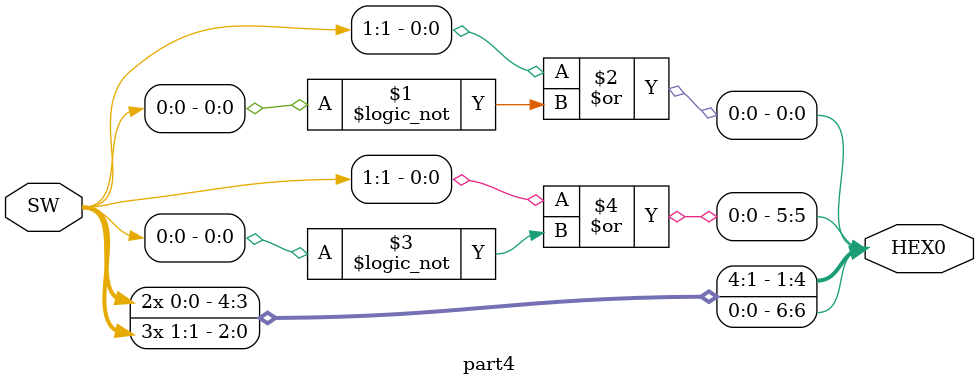
<source format=v>





module part4 (SW, HEX0);
	input [9:0] SW; // slide switches
	output [0:6] HEX0; // 7-seg 0

	// SW[1:0]  = c
	// 00 -> d
	// 01 -> E
	// 10 -> 1

	assign HEX0[0] = SW[1] | !SW[0];
	assign HEX0[1] = SW[0];
	assign HEX0[2] = SW[0];
	assign HEX0[3] = SW[1];
	assign HEX0[4] = SW[1];
	assign HEX0[5] = SW[1] | !SW[0];
	assign HEX0[6] = SW[1];

endmodule
</source>
